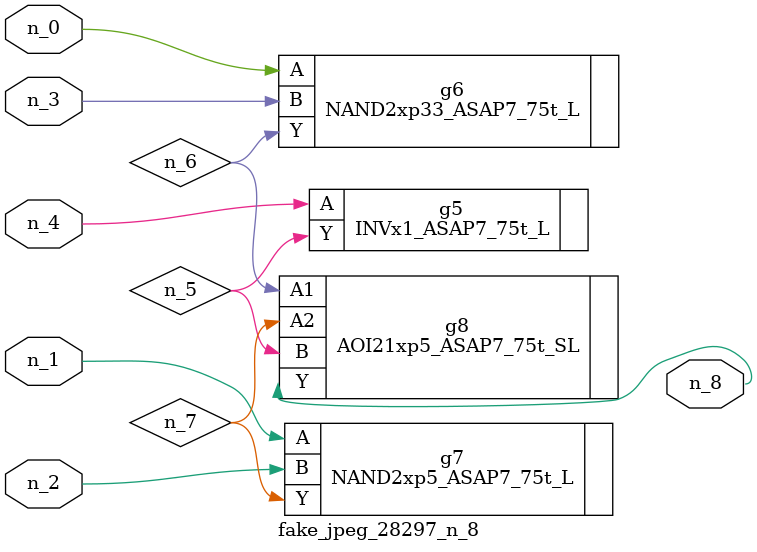
<source format=v>
module fake_jpeg_28297_n_8 (n_3, n_2, n_1, n_0, n_4, n_8);

input n_3;
input n_2;
input n_1;
input n_0;
input n_4;

output n_8;

wire n_6;
wire n_5;
wire n_7;

INVx1_ASAP7_75t_L g5 ( 
.A(n_4),
.Y(n_5)
);

NAND2xp33_ASAP7_75t_L g6 ( 
.A(n_0),
.B(n_3),
.Y(n_6)
);

NAND2xp5_ASAP7_75t_L g7 ( 
.A(n_1),
.B(n_2),
.Y(n_7)
);

AOI21xp5_ASAP7_75t_SL g8 ( 
.A1(n_6),
.A2(n_7),
.B(n_5),
.Y(n_8)
);


endmodule
</source>
